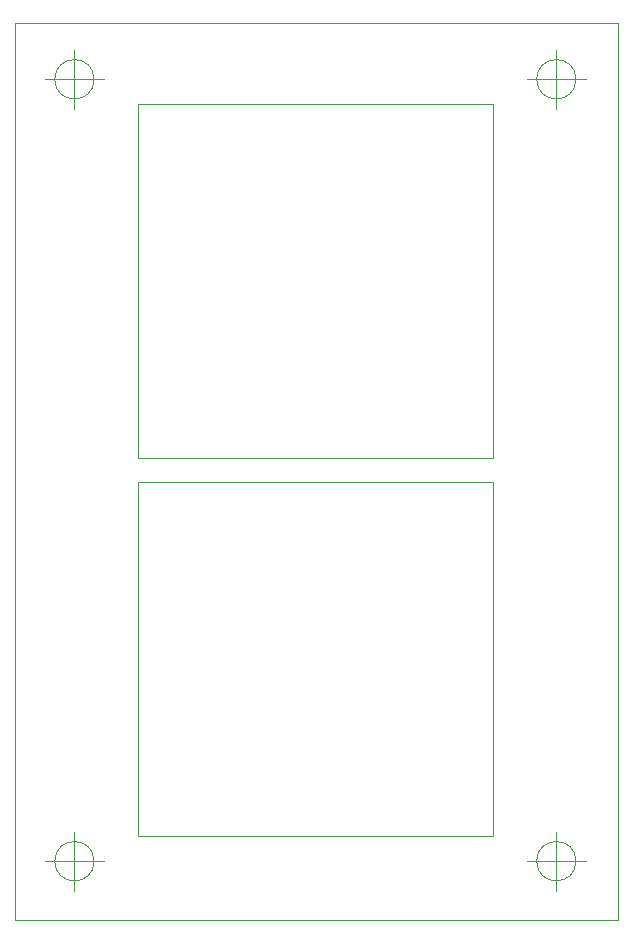
<source format=gbr>
G04 #@! TF.GenerationSoftware,KiCad,Pcbnew,(5.1.5)-3*
G04 #@! TF.CreationDate,2020-05-31T12:50:42-05:00*
G04 #@! TF.ProjectId,MSP430G2553_array,4d535034-3330-4473-9235-35335f617272,rev?*
G04 #@! TF.SameCoordinates,PX4db9760PY5fa74e0*
G04 #@! TF.FileFunction,Profile,NP*
%FSLAX46Y46*%
G04 Gerber Fmt 4.6, Leading zero omitted, Abs format (unit mm)*
G04 Created by KiCad (PCBNEW (5.1.5)-3) date 2020-05-31 12:50:42*
%MOMM*%
%LPD*%
G04 APERTURE LIST*
%ADD10C,0.050000*%
G04 APERTURE END LIST*
D10*
X18900000Y22400000D02*
X48900000Y22400000D01*
X48900000Y22400000D02*
X48900000Y-7600000D01*
X18900000Y-7600000D02*
X18900000Y22400000D01*
X48900000Y-7600000D02*
X18900000Y-7600000D01*
X15166666Y-9700000D02*
G75*
G03X15166666Y-9700000I-1666666J0D01*
G01*
X11000000Y-9700000D02*
X16000000Y-9700000D01*
X13500000Y-7200000D02*
X13500000Y-12200000D01*
X55966666Y-9700000D02*
G75*
G03X55966666Y-9700000I-1666666J0D01*
G01*
X51800000Y-9700000D02*
X56800000Y-9700000D01*
X54300000Y-7200000D02*
X54300000Y-12200000D01*
X55966666Y56500000D02*
G75*
G03X55966666Y56500000I-1666666J0D01*
G01*
X51800000Y56500000D02*
X56800000Y56500000D01*
X54300000Y59000000D02*
X54300000Y54000000D01*
X15166666Y56500000D02*
G75*
G03X15166666Y56500000I-1666666J0D01*
G01*
X11000000Y56500000D02*
X16000000Y56500000D01*
X13500000Y59000000D02*
X13500000Y54000000D01*
X59500000Y-14700000D02*
X8500000Y-14700000D01*
X59500000Y61300000D02*
X59500000Y-14700000D01*
X8500000Y61300000D02*
X59500000Y61300000D01*
X8500000Y-14700000D02*
X8500000Y61300000D01*
X18900000Y24400000D02*
X18900000Y54400000D01*
X48900000Y24400000D02*
X18900000Y24400000D01*
X48900000Y54400000D02*
X48900000Y24400000D01*
X18900000Y54400000D02*
X48900000Y54400000D01*
M02*

</source>
